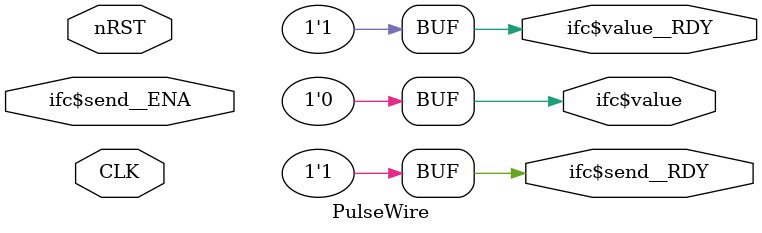
<source format=v>
`include "scounter.generated.vh"

`default_nettype none
module PulseWire (input wire CLK, input wire nRST,
    input wire ifc$send__ENA,
    output wire ifc$send__RDY,
    output wire ifc$value,
    output wire ifc$value__RDY);
    assign ifc$send__RDY = 1;
    assign ifc$value = 0;
    assign ifc$value__RDY = 1;
endmodule 

`default_nettype wire    // set back to default value

</source>
